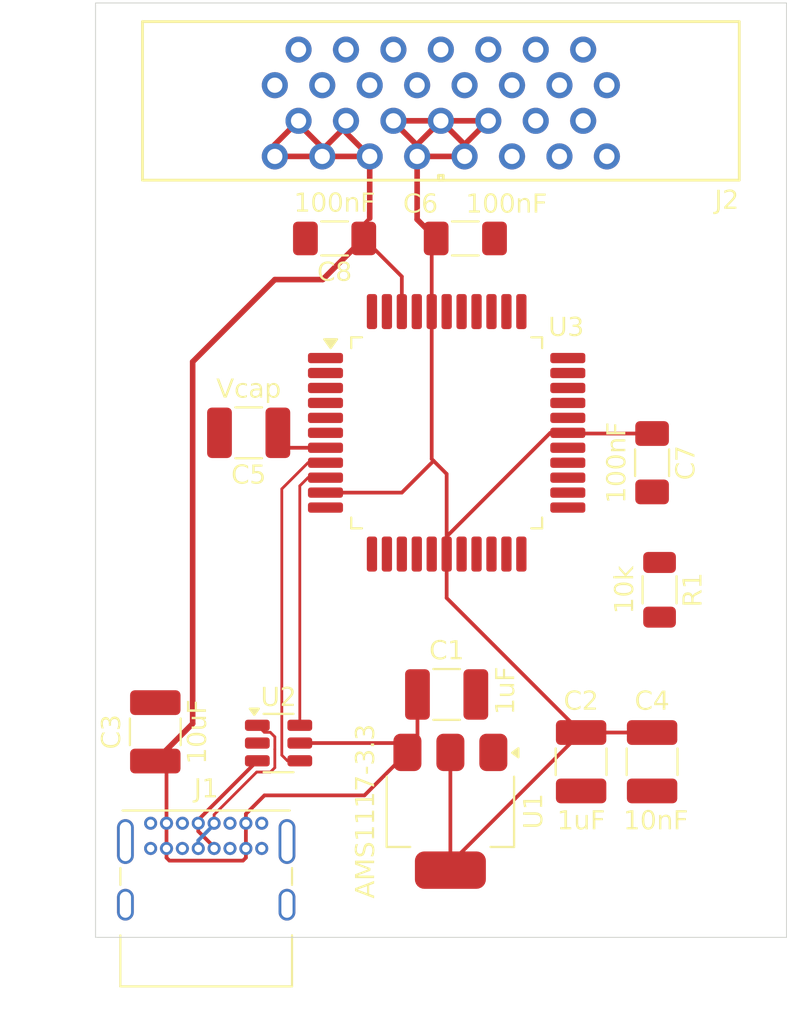
<source format=kicad_pcb>
(kicad_pcb (version 20241229) (generator "pcbnew") (generator_version "9.0")
  (layers (0 "F.Cu" signal) (2 "B.Cu" signal) (13 "F.Paste" user) (15 "B.Paste" user) (5 "F.SilkS" user "F.Silkscreen") (7 "B.SilkS" user "B.Silkscreen") (1 "F.Mask" user) (3 "B.Mask" user) (25 "Edge.Cuts" user))
  (net 0 "")
  (net 1 "~{MCLR}")
  (net 2 "+3.3V")
  (net 3 "Net-(J1-D+-PadA6)")
  (net 4 "VBUS")
  (net 5 "D+")
  (net 6 "GND")
  (net 7 "Net-(J1-D--PadA7)")
  (net 8 "D-")
  (net 11 "PGC")
  (net 16 "UART_TX")
  (net 19 "HC165_CLK")
  (net 20 "PGD")
  (net 21 "Net-(U3-Vcap)")
  (net 23 "HC165_DATA")
  (net 28 "HC165_S~{L}")
  (net 45 "PIXEL_DATA")
  (footprint "Package_TO_SOT_SMD:SOT-23-6" (layer "F.Cu") (at 34.8 60.6)
    (property "Reference" "U2" (at 0 -2.4 0) (layer "F.SilkS"))
    (property "Value" "USBLC6-2SC6")
    (fp_line (start 0 -1.56) (end -0.8 -1.56) (stroke (width 0.12)) (layer "F.SilkS"))
    (fp_line (start 0 -1.56) (end 0.8 -1.56) (stroke (width 0.12)) (layer "F.SilkS"))
    (fp_line (start 0 1.56) (end -0.8 1.56) (stroke (width 0.12)) (layer "F.SilkS"))
    (fp_line (start 0 1.56) (end 0.8 1.56) (stroke (width 0.12)) (layer "F.SilkS"))
    (fp_poly (pts (xy -1.3 -1.51) (xy -1.54 -1.84) (xy -1.06 -1.84)) (stroke (width 0.12)) (fill yes) (layer "F.SilkS"))
    (pad "1" smd roundrect (at -1.1375 -0.95) (size 1.325 0.6) (layers "F.Cu" "F.Mask" "F.Paste") (net 7 "Net-(J1-D--PadA7)"))
    (pad "2" smd roundrect (at -1.1375 0) (size 1.325 0.6) (layers "F.Cu" "F.Mask" "F.Paste") (net 6 "GND"))
    (pad "3" smd roundrect (at -1.1375 0.95) (size 1.325 0.6) (layers "F.Cu" "F.Mask" "F.Paste") (net 3 "Net-(J1-D+-PadA6)"))
    (pad "4" smd roundrect (at 1.1375 0.95) (size 1.325 0.6) (layers "F.Cu" "F.Mask" "F.Paste") (net 5 "D+"))
    (pad "5" smd roundrect (at 1.1375 0) (size 1.325 0.6) (layers "F.Cu" "F.Mask" "F.Paste") (net 4 "VBUS"))
    (pad "6" smd roundrect (at 1.1375 -0.95) (size 1.325 0.6) (layers "F.Cu" "F.Mask" "F.Paste") (net 8 "D-"))
  )
  (footprint "Capacitor_SMD:C_1210_3225Metric_Pad1.33x2.70mm_HandSolder" (layer "F.Cu") (at 51 61.6 -90)
    (property "Reference" "C2" (at -3.2 0 180) (layer "F.SilkS"))
    (property "Value" "1uF" (at 3.2 0 180) (layer "F.SilkS"))
    (fp_line (start -0.711252 1.36) (end 0.711252 1.36) (stroke (width 0.12)) (layer "F.SilkS"))
    (fp_line (start -0.711252 -1.36) (end 0.711252 -1.36) (stroke (width 0.12)) (layer "F.SilkS"))
    (pad "1" smd roundrect (at -1.5625 0 270) (size 1.325 2.7) (layers "F.Cu" "F.Mask" "F.Paste") (roundrect_rratio 0.188679) (net 2 "+3.3V"))
    (pad "2" smd roundrect (at 1.5625 0 270) (size 1.325 2.7) (layers "F.Cu" "F.Mask" "F.Paste") (roundrect_rratio 0.188679) (net 6 "GND"))
  )
  (footprint "Capacitor_SMD:C_1206_3216Metric_Pad1.33x1.80mm_HandSolder" (layer "F.Cu") (at 44.8 33.6)
    (property "Reference" "C6" (at -2.4 -1.8 180) (layer "F.SilkS"))
    (property "Value" "100nF" (at 2.2 -1.8 180) (layer "F.SilkS"))
    (fp_line (start -0.711252 -0.91) (end 0.711252 -0.91) (stroke (width 0.12)) (layer "F.SilkS"))
    (fp_line (start -0.711252 0.91) (end 0.711252 0.91) (stroke (width 0.12)) (layer "F.SilkS"))
    (pad "1" smd roundrect (at -1.5625 0) (size 1.325 1.8) (layers "F.Cu" "F.Mask" "F.Paste") (roundrect_rratio 0.188679) (net 2 "+3.3V"))
    (pad "2" smd roundrect (at 1.5625 0) (size 1.325 1.8) (layers "F.Cu" "F.Mask" "F.Paste") (roundrect_rratio 0.188679) (net 6 "GND"))
  )
  (footprint "FrozenFootprints:TX24_CON30_2x15" (layer "F.Cu") (at 43.49 30.353 180)
    (property "Reference" "J2" (at -15.31 -1.247 0) (layer "F.SilkS"))
    (property "Value" "TX24-30R" (hide yes))
    (fp_line (start 15.9766 8.3566) (end 15.9766 -0.127) (stroke (width 0.1524)) (layer "F.SilkS"))
    (fp_line (start 15.9766 -0.127) (end -15.9766 -0.127) (stroke (width 0.1524)) (layer "F.SilkS"))
    (fp_line (start 0.127 0.127) (end 0.127 -0.127) (stroke (width 0.1524)) (layer "F.SilkS"))
    (fp_line (start 0.127 -0.127) (end -0.127 -0.127) (stroke (width 0.1524)) (layer "F.SilkS"))
    (fp_line (start -0.127 0.127) (end 0.127 0.127) (stroke (width 0.1524)) (layer "F.SilkS"))
    (fp_line (start -0.127 -0.127) (end -0.127 0.127) (stroke (width 0.1524)) (layer "F.SilkS"))
    (fp_line (start -15.9766 8.3566) (end 15.9766 8.3566) (stroke (width 0.1524)) (layer "F.SilkS"))
    (fp_line (start -15.9766 -0.127) (end -15.9766 8.3566) (stroke (width 0.1524)) (layer "F.SilkS"))
    (pad "1" thru_hole circle (at 8.89 1.143 180) (size 1.397 1.397) (drill 0.8128) (layers "*.Cu" "*.Mask") (net 4 "VBUS"))
    (pad "2" thru_hole circle (at 7.62 3.048 180) (size 1.397 1.397) (drill 0.8128) (layers "*.Cu" "*.Mask") (net 4 "VBUS"))
    (pad "3" thru_hole circle (at 6.35 1.143 180) (size 1.397 1.397) (drill 0.8128) (layers "*.Cu" "*.Mask") (net 4 "VBUS"))
    (pad "4" thru_hole circle (at 5.08 3.048 180) (size 1.397 1.397) (drill 0.8128) (layers "*.Cu" "*.Mask") (net 4 "VBUS"))
    (pad "5" thru_hole circle (at 3.81 1.143 180) (size 1.397 1.397) (drill 0.8128) (layers "*.Cu" "*.Mask") (net 4 "VBUS"))
    (pad "6" thru_hole circle (at 2.54 3.048 180) (size 1.397 1.397) (drill 0.8128) (layers "*.Cu" "*.Mask") (net 2 "+3.3V"))
    (pad "7" thru_hole circle (at 1.27 1.143 180) (size 1.397 1.397) (drill 0.8128) (layers "*.Cu" "*.Mask") (net 2 "+3.3V"))
    (pad "8" thru_hole circle (at 0 3.048 180) (size 1.397 1.397) (drill 0.8128) (layers "*.Cu" "*.Mask") (net 2 "+3.3V"))
    (pad "9" thru_hole circle (at -1.27 1.143 180) (size 1.397 1.397) (drill 0.8128) (layers "*.Cu" "*.Mask") (net 2 "+3.3V"))
    (pad "10" thru_hole circle (at -2.54 3.048 180) (size 1.397 1.397) (drill 0.8128) (layers "*.Cu" "*.Mask") (net 2 "+3.3V"))
    (pad "11" thru_hole circle (at -3.81 1.143 180) (size 1.397 1.397) (drill 0.8128) (layers "*.Cu" "*.Mask") (net 19 "HC165_CLK"))
    (pad "12" thru_hole circle (at -5.08 3.048 180) (size 1.397 1.397) (drill 0.8128) (layers "*.Cu" "*.Mask") (net 28 "HC165_S~{L}"))
    (pad "13" thru_hole circle (at -6.35 1.143 180) (size 1.397 1.397) (drill 0.8128) (layers "*.Cu" "*.Mask") (net 23 "HC165_DATA"))
    (pad "14" thru_hole circle (at -7.62 3.048 180) (size 1.397 1.397) (drill 0.8128) (layers "*.Cu" "*.Mask"))
    (pad "15" thru_hole circle (at -8.89 1.143 180) (size 1.397 1.397) (drill 0.8128) (layers "*.Cu" "*.Mask") (net 45 "PIXEL_DATA"))
    (pad "16" thru_hole circle (at 8.89 4.953 180) (size 1.397 1.397) (drill 0.8128) (layers "*.Cu" "*.Mask"))
    (pad "17" thru_hole circle (at 7.62 6.858 180) (size 1.397 1.397) (drill 0.8128) (layers "*.Cu" "*.Mask"))
    (pad "18" thru_hole circle (at 6.35 4.953 180) (size 1.397 1.397) (drill 0.8128) (layers "*.Cu" "*.Mask"))
    (pad "19" thru_hole circle (at 5.08 6.858 180) (size 1.397 1.397) (drill 0.8128) (layers "*.Cu" "*.Mask"))
    (pad "20" thru_hole circle (at 3.81 4.953 180) (size 1.397 1.397) (drill 0.8128) (layers "*.Cu" "*.Mask") (net 6 "GND"))
    (pad "21" thru_hole circle (at 2.54 6.858 180) (size 1.397 1.397) (drill 0.8128) (layers "*.Cu" "*.Mask") (net 6 "GND"))
    (pad "22" thru_hole circle (at 1.27 4.953 180) (size 1.397 1.397) (drill 0.8128) (layers "*.Cu" "*.Mask") (net 6 "GND"))
    (pad "23" thru_hole circle (at 0 6.858 180) (size 1.397 1.397) (drill 0.8128) (layers "*.Cu" "*.Mask") (net 6 "GND"))
    (pad "24" thru_hole circle (at -1.27 4.953 180) (size 1.397 1.397) (drill 0.8128) (layers "*.Cu" "*.Mask") (net 6 "GND"))
    (pad "25" thru_hole circle (at -2.54 6.858 180) (size 1.397 1.397) (drill 0.8128) (layers "*.Cu" "*.Mask") (net 6 "GND"))
    (pad "26" thru_hole circle (at -3.81 4.953 180) (size 1.397 1.397) (drill 0.8128) (layers "*.Cu" "*.Mask") (net 6 "GND"))
    (pad "27" thru_hole circle (at -5.08 6.858 180) (size 1.397 1.397) (drill 0.8128) (layers "*.Cu" "*.Mask") (net 6 "GND"))
    (pad "28" thru_hole circle (at -6.35 4.953 180) (size 1.397 1.397) (drill 0.8128) (layers "*.Cu" "*.Mask") (net 6 "GND"))
    (pad "29" thru_hole circle (at -7.62 6.858 180) (size 1.397 1.397) (drill 0.8128) (layers "*.Cu" "*.Mask") (net 6 "GND"))
    (pad "30" thru_hole circle (at -8.89 4.953 180) (size 1.397 1.397) (drill 0.8128) (layers "*.Cu" "*.Mask") (net 6 "GND"))
  )
  (footprint "Capacitor_SMD:C_1210_3225Metric_Pad1.33x2.70mm_HandSolder" (layer "F.Cu") (at 28.2 60 90)
    (property "Reference" "C3" (at 0 -2.3 90) (layer "F.SilkS"))
    (property "Value" "10uF" (at 0 2.3 90) (layer "F.SilkS"))
    (fp_line (start -0.711252 -1.36) (end 0.711252 -1.36) (stroke (width 0.12)) (layer "F.SilkS"))
    (fp_line (start -0.711252 1.36) (end 0.711252 1.36) (stroke (width 0.12)) (layer "F.SilkS"))
    (pad "1" smd roundrect (at -1.5625 0 90) (size 1.325 2.7) (layers "F.Cu" "F.Mask" "F.Paste") (roundrect_rratio 0.188679) (net 4 "VBUS"))
    (pad "2" smd roundrect (at 1.5625 0 90) (size 1.325 2.7) (layers "F.Cu" "F.Mask" "F.Paste") (roundrect_rratio 0.188679) (net 6 "GND"))
  )
  (footprint "Resistor_SMD:R_1206_3216Metric" (layer "F.Cu") (at 55.2 52.4 -90)
    (property "Reference" "R1" (at 0 -1.83 90) (layer "F.SilkS"))
    (property "Value" "10k" (at 0 1.83 90) (layer "F.SilkS"))
    (fp_line (start -0.727064 0.91) (end 0.727064 0.91) (stroke (width 0.12)) (layer "F.SilkS"))
    (fp_line (start -0.727064 -0.91) (end 0.727064 -0.91) (stroke (width 0.12)) (layer "F.SilkS"))
    (pad "1" smd roundrect (at -1.4625 0 270) (size 1.125 1.75) (layers "F.Cu" "F.Mask" "F.Paste") (roundrect_rratio 0.222222) (net 2 "+3.3V"))
    (pad "2" smd roundrect (at 1.4625 0 270) (size 1.125 1.75) (layers "F.Cu" "F.Mask" "F.Paste") (roundrect_rratio 0.222222) (net 1 "~{MCLR}"))
  )
  (footprint "Capacitor_SMD:C_1210_3225Metric_Pad1.33x2.70mm_HandSolder" (layer "F.Cu") (at 54.8 61.6 -90)
    (property "Reference" "C4" (at -3.2 0 180) (layer "F.SilkS"))
    (property "Value" "10nF" (at 3.2 -0.2 180) (layer "F.SilkS"))
    (fp_line (start -0.711252 1.36) (end 0.711252 1.36) (stroke (width 0.12)) (layer "F.SilkS"))
    (fp_line (start -0.711252 -1.36) (end 0.711252 -1.36) (stroke (width 0.12)) (layer "F.SilkS"))
    (pad "1" smd roundrect (at -1.5625 0 270) (size 1.325 2.7) (layers "F.Cu" "F.Mask" "F.Paste") (roundrect_rratio 0.188679) (net 2 "+3.3V"))
    (pad "2" smd roundrect (at 1.5625 0 270) (size 1.325 2.7) (layers "F.Cu" "F.Mask" "F.Paste") (roundrect_rratio 0.188679) (net 6 "GND"))
  )
  (footprint "Package_TO_SOT_SMD:SOT-223-3_TabPin2" (layer "F.Cu") (at 44 64.25 -90)
    (property "Reference" "U1" (at 0 -4.5 90) (layer "F.SilkS"))
    (property "Value" "AMS1117-3.3" (at 0 4.5 90) (layer "F.SilkS"))
    (fp_line (start -1.85 3.41) (end 1.91 3.41) (stroke (width 0.12)) (layer "F.SilkS"))
    (fp_line (start 1.91 3.41) (end 1.91 2.15) (stroke (width 0.12)) (layer "F.SilkS"))
    (fp_line (start -1.85 -3.41) (end 1.91 -3.41) (stroke (width 0.12)) (layer "F.SilkS"))
    (fp_line (start 1.91 -3.41) (end 1.91 -2.15) (stroke (width 0.12)) (layer "F.SilkS"))
    (fp_poly (pts (xy -3.13 -3.31) (xy -3.37 -3.64) (xy -2.89 -3.64) (xy -3.13 -3.31)) (stroke (width 0.12)) (fill yes) (layer "F.SilkS"))
    (pad "1" smd roundrect (at -3.15 -2.3 270) (size 2 1.5) (layers "F.Cu" "F.Mask" "F.Paste") (net 6 "GND"))
    (pad "2" smd roundrect (at -3.15 0 270) (size 2 1.5) (layers "F.Cu" "F.Mask" "F.Paste") (net 2 "+3.3V"))
    (pad "2" smd roundrect (at 3.15 0 270) (size 2 3.8) (layers "F.Cu" "F.Mask" "F.Paste") (net 2 "+3.3V"))
    (pad "3" smd roundrect (at -3.15 2.3 270) (size 2 1.5) (layers "F.Cu" "F.Mask" "F.Paste") (net 4 "VBUS"))
  )
  (footprint "Package_QFP:Microchip_PQFP-44_10x10mm_P0.8mm" (layer "F.Cu") (at 43.8 44)
    (property "Reference" "U3" (at 6.4 -5.6 0) (layer "F.SilkS"))
    (property "Value" "PIC32MX270F256D")
    (fp_line (start -5.11 -5.11) (end -5.11 -4.535) (stroke (width 0.12)) (layer "F.SilkS"))
    (fp_line (start -5.11 5.11) (end -5.11 4.535) (stroke (width 0.12)) (layer "F.SilkS"))
    (fp_line (start -4.535 -5.11) (end -5.11 -5.11) (stroke (width 0.12)) (layer "F.SilkS"))
    (fp_line (start -4.535 5.11) (end -5.11 5.11) (stroke (width 0.12)) (layer "F.SilkS"))
    (fp_line (start 4.535 -5.11) (end 5.11 -5.11) (stroke (width 0.12)) (layer "F.SilkS"))
    (fp_line (start 4.535 5.11) (end 5.11 5.11) (stroke (width 0.12)) (layer "F.SilkS"))
    (fp_line (start 5.11 -5.11) (end 5.11 -4.535) (stroke (width 0.12)) (layer "F.SilkS"))
    (fp_line (start 5.11 5.11) (end 5.11 4.535) (stroke (width 0.12)) (layer "F.SilkS"))
    (fp_poly (pts (xy -6.2125 -4.535) (xy -6.5525 -5.005) (xy -5.8725 -5.005)) (stroke (width 0.12)) (fill yes) (layer "F.SilkS"))
    (pad "1" smd roundrect (at -6.4875 -4) (size 1.875 0.55) (layers "F.Cu" "F.Mask" "F.Paste"))
    (pad "2" smd roundrect (at -6.4875 -3.2) (size 1.875 0.55) (layers "F.Cu" "F.Mask" "F.Paste"))
    (pad "3" smd roundrect (at -6.4875 -2.4) (size 1.875 0.55) (layers "F.Cu" "F.Mask" "F.Paste"))
    (pad "4" smd roundrect (at -6.4875 -1.6) (size 1.875 0.55) (layers "F.Cu" "F.Mask" "F.Paste") (net 23 "HC165_DATA"))
    (pad "5" smd roundrect (at -6.4875 -0.8) (size 1.875 0.55) (layers "F.Cu" "F.Mask" "F.Paste"))
    (pad "6" smd roundrect (at -6.4875 0) (size 1.875 0.55) (layers "F.Cu" "F.Mask" "F.Paste") (net 6 "GND"))
    (pad "7" smd roundrect (at -6.4875 0.8) (size 1.875 0.55) (layers "F.Cu" "F.Mask" "F.Paste") (net 21 "Net-(U3-Vcap)"))
    (pad "8" smd roundrect (at -6.4875 1.6) (size 1.875 0.55) (layers "F.Cu" "F.Mask" "F.Paste") (net 5 "D+"))
    (pad "9" smd roundrect (at -6.4875 2.4) (size 1.875 0.55) (layers "F.Cu" "F.Mask" "F.Paste") (net 8 "D-"))
    (pad "10" smd roundrect (at -6.4875 3.2) (size 1.875 0.55) (layers "F.Cu" "F.Mask" "F.Paste") (net 2 "+3.3V"))
    (pad "11" smd roundrect (at -6.4875 4) (size 1.875 0.55) (layers "F.Cu" "F.Mask" "F.Paste"))
    (pad "12" smd roundrect (at -4 6.4875) (size 0.55 1.875) (layers "F.Cu" "F.Mask" "F.Paste"))
    (pad "13" smd roundrect (at -3.2 6.4875) (size 0.55 1.875) (layers "F.Cu" "F.Mask" "F.Paste"))
    (pad "14" smd roundrect (at -2.4 6.4875) (size 0.55 1.875) (layers "F.Cu" "F.Mask" "F.Paste") (net 19 "HC165_CLK"))
    (pad "15" smd roundrect (at -1.6 6.4875) (size 0.55 1.875) (layers "F.Cu" "F.Mask" "F.Paste"))
    (pad "16" smd roundrect (at -0.8 6.4875) (size 0.55 1.875) (layers "F.Cu" "F.Mask" "F.Paste") (net 6 "GND"))
    (pad "17" smd roundrect (at 0 6.4875) (size 0.55 1.875) (layers "F.Cu" "F.Mask" "F.Paste") (net 2 "+3.3V"))
    (pad "18" smd roundrect (at 0.8 6.4875) (size 0.55 1.875) (layers "F.Cu" "F.Mask" "F.Paste") (net 1 "~{MCLR}"))
    (pad "19" smd roundrect (at 1.6 6.4875) (size 0.55 1.875) (layers "F.Cu" "F.Mask" "F.Paste") (net 28 "HC165_S~{L}"))
    (pad "20" smd roundrect (at 2.4 6.4875) (size 0.55 1.875) (layers "F.Cu" "F.Mask" "F.Paste"))
    (pad "21" smd roundrect (at 3.2 6.4875) (size 0.55 1.875) (layers "F.Cu" "F.Mask" "F.Paste") (net 20 "PGD"))
    (pad "22" smd roundrect (at 4 6.4875) (size 0.55 1.875) (layers "F.Cu" "F.Mask" "F.Paste") (net 11 "PGC"))
    (pad "23" smd roundrect (at 6.4875 4) (size 1.875 0.55) (layers "F.Cu" "F.Mask" "F.Paste"))
    (pad "24" smd roundrect (at 6.4875 3.2) (size 1.875 0.55) (layers "F.Cu" "F.Mask" "F.Paste"))
    (pad "25" smd roundrect (at 6.4875 2.4) (size 1.875 0.55) (layers "F.Cu" "F.Mask" "F.Paste") (net 16 "UART_TX"))
    (pad "26" smd roundrect (at 6.4875 1.6) (size 1.875 0.55) (layers "F.Cu" "F.Mask" "F.Paste"))
    (pad "27" smd roundrect (at 6.4875 0.8) (size 1.875 0.55) (layers "F.Cu" "F.Mask" "F.Paste"))
    (pad "28" smd roundrect (at 6.4875 0) (size 1.875 0.55) (layers "F.Cu" "F.Mask" "F.Paste") (net 2 "+3.3V"))
    (pad "29" smd roundrect (at 6.4875 -0.8) (size 1.875 0.55) (layers "F.Cu" "F.Mask" "F.Paste") (net 6 "GND"))
    (pad "30" smd roundrect (at 6.4875 -1.6) (size 1.875 0.55) (layers "F.Cu" "F.Mask" "F.Paste"))
    (pad "31" smd roundrect (at 6.4875 -2.4) (size 1.875 0.55) (layers "F.Cu" "F.Mask" "F.Paste"))
    (pad "32" smd roundrect (at 6.4875 -3.2) (size 1.875 0.55) (layers "F.Cu" "F.Mask" "F.Paste"))
    (pad "33" smd roundrect (at 6.4875 -4) (size 1.875 0.55) (layers "F.Cu" "F.Mask" "F.Paste"))
    (pad "34" smd roundrect (at 4 -6.4875) (size 0.55 1.875) (layers "F.Cu" "F.Mask" "F.Paste"))
    (pad "35" smd roundrect (at 3.2 -6.4875) (size 0.55 1.875) (layers "F.Cu" "F.Mask" "F.Paste"))
    (pad "36" smd roundrect (at 2.4 -6.4875) (size 0.55 1.875) (layers "F.Cu" "F.Mask" "F.Paste"))
    (pad "37" smd roundrect (at 1.6 -6.4875) (size 0.55 1.875) (layers "F.Cu" "F.Mask" "F.Paste"))
    (pad "38" smd roundrect (at 0.8 -6.4875) (size 0.55 1.875) (layers "F.Cu" "F.Mask" "F.Paste"))
    (pad "39" smd roundrect (at 0 -6.4875) (size 0.55 1.875) (layers "F.Cu" "F.Mask" "F.Paste") (net 6 "GND"))
    (pad "40" smd roundrect (at -0.8 -6.4875) (size 0.55 1.875) (layers "F.Cu" "F.Mask" "F.Paste") (net 2 "+3.3V"))
    (pad "41" smd roundrect (at -1.6 -6.4875) (size 0.55 1.875) (layers "F.Cu" "F.Mask" "F.Paste"))
    (pad "42" smd roundrect (at -2.4 -6.4875) (size 0.55 1.875) (layers "F.Cu" "F.Mask" "F.Paste") (net 4 "VBUS"))
    (pad "43" smd roundrect (at -3.2 -6.4875) (size 0.55 1.875) (layers "F.Cu" "F.Mask" "F.Paste"))
    (pad "44" smd roundrect (at -4 -6.4875) (size 0.55 1.875) (layers "F.Cu" "F.Mask" "F.Paste"))
  )
  (footprint "Capacitor_SMD:C_1206_3216Metric_Pad1.33x1.80mm_HandSolder" (layer "F.Cu") (at 54.8 45.6 -90)
    (property "Reference" "C7" (at 0 -1.85 90) (layer "F.SilkS"))
    (property "Value" "100nF" (at 0 1.85 90) (layer "F.SilkS"))
    (fp_line (start -0.711252 0.91) (end 0.711252 0.91) (stroke (width 0.12)) (layer "F.SilkS"))
    (fp_line (start -0.711252 -0.91) (end 0.711252 -0.91) (stroke (width 0.12)) (layer "F.SilkS"))
    (pad "1" smd roundrect (at -1.5625 0 270) (size 1.325 1.8) (layers "F.Cu" "F.Mask" "F.Paste") (roundrect_rratio 0.188679) (net 2 "+3.3V"))
    (pad "2" smd roundrect (at 1.5625 0 270) (size 1.325 1.8) (layers "F.Cu" "F.Mask" "F.Paste") (roundrect_rratio 0.188679) (net 6 "GND"))
  )
  (footprint "Capacitor_SMD:C_1210_3225Metric_Pad1.33x2.70mm_HandSolder" (layer "F.Cu") (at 43.8 58)
    (property "Reference" "C1" (at 0 -2.3 0) (layer "F.SilkS"))
    (property "Value" "1uF" (at 3.2 -0.2 90) (layer "F.SilkS"))
    (fp_line (start -0.711252 -1.36) (end 0.711252 -1.36) (stroke (width 0.12)) (layer "F.SilkS"))
    (fp_line (start -0.711252 1.36) (end 0.711252 1.36) (stroke (width 0.12)) (layer "F.SilkS"))
    (pad "1" smd roundrect (at -1.5625 0) (size 1.325 2.7) (layers "F.Cu" "F.Mask" "F.Paste") (roundrect_rratio 0.188679) (net 4 "VBUS"))
    (pad "2" smd roundrect (at 1.5625 0) (size 1.325 2.7) (layers "F.Cu" "F.Mask" "F.Paste") (roundrect_rratio 0.188679) (net 6 "GND"))
  )
  (footprint "Connector_USB:USB_C_Receptacle_GCT_USB4085" (layer "F.Cu") (at 27.95 64.89)
    (property "Reference" "J1" (at 2.975 -1.8 0) (layer "F.SilkS"))
    (property "Value" "USB_C_Receptacle_USB2.0_14P")
    (fp_line (start -1.62 2.4) (end -1.62 3.3) (stroke (width 0.12)) (layer "F.SilkS"))
    (fp_line (start -1.62 6) (end -1.62 8.73) (stroke (width 0.12)) (layer "F.SilkS"))
    (fp_line (start -1.62 8.73) (end 7.57 8.73) (stroke (width 0.12)) (layer "F.SilkS"))
    (fp_line (start -1.5 -0.68) (end 7.45 -0.68) (stroke (width 0.12)) (layer "F.SilkS"))
    (fp_line (start 7.57 2.4) (end 7.57 3.3) (stroke (width 0.12)) (layer "F.SilkS"))
    (fp_line (start 7.57 6) (end 7.57 8.73) (stroke (width 0.12)) (layer "F.SilkS"))
    (pad "A1" thru_hole circle (at 0 0) (size 0.7 0.7) (drill 0.4) (layers "*.Cu" "*.Mask") (net 6 "GND"))
    (pad "A4" thru_hole circle (at 0.85 0) (size 0.7 0.7) (drill 0.4) (layers "*.Cu" "*.Mask") (net 4 "VBUS"))
    (pad "A5" thru_hole circle (at 1.7 0) (size 0.7 0.7) (drill 0.4) (layers "*.Cu" "*.Mask"))
    (pad "A6" thru_hole circle (at 2.55 0) (size 0.7 0.7) (drill 0.4) (layers "*.Cu" "*.Mask") (net 3 "Net-(J1-D+-PadA6)"))
    (pad "A7" thru_hole circle (at 3.4 0) (size 0.7 0.7) (drill 0.4) (layers "*.Cu" "*.Mask") (net 7 "Net-(J1-D--PadA7)"))
    (pad "A8" thru_hole circle (at 4.25 0) (size 0.7 0.7) (drill 0.4) (layers "*.Cu" "*.Mask"))
    (pad "A9" thru_hole circle (at 5.1 0) (size 0.7 0.7) (drill 0.4) (layers "*.Cu" "*.Mask") (net 4 "VBUS"))
    (pad "A12" thru_hole circle (at 5.95 0) (size 0.7 0.7) (drill 0.4) (layers "*.Cu" "*.Mask") (net 6 "GND"))
    (pad "B1" thru_hole circle (at 5.95 1.35) (size 0.7 0.7) (drill 0.4) (layers "*.Cu" "*.Mask") (net 6 "GND"))
    (pad "B4" thru_hole circle (at 5.1 1.35) (size 0.7 0.7) (drill 0.4) (layers "*.Cu" "*.Mask") (net 4 "VBUS"))
    (pad "B5" thru_hole circle (at 4.25 1.35) (size 0.7 0.7) (drill 0.4) (layers "*.Cu" "*.Mask"))
    (pad "B6" thru_hole circle (at 3.4 1.35) (size 0.7 0.7) (drill 0.4) (layers "*.Cu" "*.Mask") (net 3 "Net-(J1-D+-PadA6)"))
    (pad "B7" thru_hole circle (at 2.55 1.35) (size 0.7 0.7) (drill 0.4) (layers "*.Cu" "*.Mask") (net 7 "Net-(J1-D--PadA7)"))
    (pad "B8" thru_hole circle (at 1.7 1.35) (size 0.7 0.7) (drill 0.4) (layers "*.Cu" "*.Mask"))
    (pad "B9" thru_hole circle (at 0.85 1.35) (size 0.7 0.7) (drill 0.4) (layers "*.Cu" "*.Mask") (net 4 "VBUS"))
    (pad "B12" thru_hole circle (at 0 1.35) (size 0.7 0.7) (drill 0.4) (layers "*.Cu" "*.Mask") (net 6 "GND"))
    (pad "S1" thru_hole oval (at -1.35 0.98) (size 0.9 2.4) (drill oval 0.6 2.1) (layers "*.Cu" "*.Mask") (net 6 "GND"))
    (pad "S1" thru_hole oval (at -1.35 4.36) (size 0.9 1.7) (drill oval 0.6 1.4) (layers "*.Cu" "*.Mask") (net 6 "GND"))
    (pad "S1" thru_hole oval (at 7.3 0.98) (size 0.9 2.4) (drill oval 0.6 2.1) (layers "*.Cu" "*.Mask") (net 6 "GND"))
    (pad "S1" thru_hole oval (at 7.3 4.36) (size 0.9 1.7) (drill oval 0.6 1.4) (layers "*.Cu" "*.Mask") (net 6 "GND"))
  )
  (footprint "Capacitor_SMD:C_1206_3216Metric_Pad1.33x1.80mm_HandSolder" (layer "F.Cu") (at 37.8 33.6 180)
    (property "Reference" "C8" (at 0 -1.85 0) (layer "F.SilkS"))
    (property "Value" "100nF" (at 0 1.85 0) (layer "F.SilkS"))
    (fp_line (start -0.711252 0.91) (end 0.711252 0.91) (stroke (width 0.12)) (layer "F.SilkS"))
    (fp_line (start -0.711252 -0.91) (end 0.711252 -0.91) (stroke (width 0.12)) (layer "F.SilkS"))
    (pad "1" smd roundrect (at -1.5625 0 180) (size 1.325 1.8) (layers "F.Cu" "F.Mask" "F.Paste") (roundrect_rratio 0.188679) (net 4 "VBUS"))
    (pad "2" smd roundrect (at 1.5625 0 180) (size 1.325 1.8) (layers "F.Cu" "F.Mask" "F.Paste") (roundrect_rratio 0.188679) (net 6 "GND"))
  )
  (footprint "Capacitor_SMD:C_1210_3225Metric_Pad1.33x2.70mm_HandSolder" (layer "F.Cu") (at 33.2 44 180)
    (property "Reference" "C5" (at 0 -2.3 0) (layer "F.SilkS"))
    (property "Value" "Vcap" (at 0 2.3 0) (layer "F.SilkS"))
    (fp_line (start -0.711252 1.36) (end 0.711252 1.36) (stroke (width 0.12)) (layer "F.SilkS"))
    (fp_line (start -0.711252 -1.36) (end 0.711252 -1.36) (stroke (width 0.12)) (layer "F.SilkS"))
    (pad "1" smd roundrect (at -1.5625 0 180) (size 1.325 2.7) (layers "F.Cu" "F.Mask" "F.Paste") (roundrect_rratio 0.188679) (net 21 "Net-(U3-Vcap)"))
    (pad "2" smd roundrect (at 1.5625 0 180) (size 1.325 2.7) (layers "F.Cu" "F.Mask" "F.Paste") (roundrect_rratio 0.188679) (net 6 "GND"))
  )
  (gr_rect (start 25 21) (end 62 71) (stroke (width 0.05)) (fill no) (layer "Edge.Cuts"))
  (segment (start 37.3125 47.2) (end 41.4 47.2) (width 0.2) (layer "F.Cu") (net 2))
  (segment (start 50.325 44.0375) (end 50.2875 44) (width 0.2) (layer "F.Cu") (net 2))
  (segment (start 43.2375 33.6) (end 43 33.8375) (width 0.2) (layer "F.Cu") (net 2))
  (segment (start 43.1 45.5) (end 43.8 46.2) (width 0.2) (layer "F.Cu") (net 2))
  (segment (start 42.22 28.575) (end 42.22 29.21) (width 0.3) (layer "F.Cu") (net 2))
  (segment (start 51 60.0375) (end 44 67.0375) (width 0.2) (layer "F.Cu") (net 2))
  (segment (start 42.22 32.5825) (end 43.2375 33.6) (width 0.3) (layer "F.Cu") (net 2))
  (segment (start 42.22 28.62) (end 42.22 29.21) (width 0.3) (layer "F.Cu") (net 2))
  (segment (start 43.8 52.8375) (end 43.8 50.4875) (width 0.2) (layer "F.Cu") (net 2))
  (segment (start 51 60.0375) (end 43.8 52.8375) (width 0.2) (layer "F.Cu") (net 2))
  (segment (start 43.49 27.305) (end 46.03 27.305) (width 0.3) (layer "F.Cu") (net 2))
  (segment (start 40.95 27.305) (end 40.95 27.35) (width 0.3) (layer "F.Cu") (net 2))
  (segment (start 43.8 46.2) (end 43.8 50.4875) (width 0.2) (layer "F.Cu") (net 2))
  (segment (start 42.22 29.21) (end 42.22 32.5825) (width 0.3) (layer "F.Cu") (net 2))
  (segment (start 43 37.5125) (end 43 45.4) (width 0.2) (layer "F.Cu") (net 2))
  (segment (start 40.95 27.35) (end 42.22 28.62) (width 0.3) (layer "F.Cu") (net 2))
  (segment (start 45 28.335) (end 44.76 28.575) (width 0.3) (layer "F.Cu") (net 2))
  (segment (start 40.95 27.305) (end 43.49 27.305) (width 0.3) (layer "F.Cu") (net 2))
  (segment (start 43.49 27.305) (end 42.22 28.575) (width 0.3) (layer "F.Cu") (net 2))
  (segment (start 44.76 29.21) (end 42.22 29.21) (width 0.3) (layer "F.Cu") (net 2))
  (segment (start 44 67.0375) (end 44 67.4) (width 0.2) (layer "F.Cu") (net 2))
  (segment (start 43 33.8375) (end 43 37.5125) (width 0.2) (layer "F.Cu") (net 2))
  (segment (start 41.4 47.2) (end 43.1 45.5) (width 0.2) (layer "F.Cu") (net 2))
  (segment (start 44.76 28.575) (end 44.76 29.21) (width 0.3) (layer "F.Cu") (net 2))
  (segment (start 43 45.4) (end 43.1 45.5) (width 0.2) (layer "F.Cu") (net 2))
  (segment (start 43.49 27.305) (end 44.76 28.575) (width 0.3) (layer "F.Cu") (net 2))
  (segment (start 50.2875 44) (end 49.350001 44) (width 0.2) (layer "F.Cu") (net 2))
  (segment (start 44 67.4) (end 44 61.1) (width 0.2) (layer "F.Cu") (net 2))
  (segment (start 51 60.0375) (end 54.8 60.0375) (width 0.2) (layer "F.Cu") (net 2))
  (segment (start 43.8 49.550001) (end 43.8 50.4875) (width 0.2) (layer "F.Cu") (net 2))
  (segment (start 46.03 27.305) (end 45 28.335) (width 0.3) (layer "F.Cu") (net 2))
  (segment (start 54.8 44.0375) (end 50.325 44.0375) (width 0.2) (layer "F.Cu") (net 2))
  (segment (start 49.350001 44) (end 43.8 49.550001) (width 0.2) (layer "F.Cu") (net 2))
  (segment (start 30.5 65.319346) (end 31.35 66.169346) (width 0.2) (layer "F.Cu") (net 3))
  (segment (start 30.5 64.7125) (end 30.5 64.89) (width 0.2) (layer "F.Cu") (net 3))
  (segment (start 31.35 66.169346) (end 31.35 66.24) (width 0.2) (layer "F.Cu") (net 3))
  (segment (start 33.6625 61.55) (end 30.5 64.7125) (width 0.2) (layer "F.Cu") (net 3))
  (segment (start 30.5 64.89) (end 30.5 65.319346) (width 0.2) (layer "F.Cu") (net 3))
  (segment (start 39.3625 32.8375) (end 39.68 32.52) (width 0.2) (layer "F.Cu") (net 4))
  (segment (start 37.14 28.74) (end 37.14 29.21) (width 0.3) (layer "F.Cu") (net 4))
  (segment (start 39.3625 33.6) (end 41.4 35.6375) (width 0.2) (layer "F.Cu") (net 4))
  (segment (start 32.893974 66.891) (end 33.05 66.734974) (width 0.2) (layer "F.Cu") (net 4))
  (segment (start 38.41 27.59) (end 37.14 28.86) (width 0.3) (layer "F.Cu") (net 4))
  (segment (start 33.05 66.734974) (end 33.05 66.24) (width 0.2) (layer "F.Cu") (net 4))
  (segment (start 42.2375 58) (end 42.2375 60.5625) (width 0.2) (layer "F.Cu") (net 4))
  (segment (start 33.05 64.395026) (end 34.045026 63.4) (width 0.2) (layer "F.Cu") (net 4))
  (segment (start 33.05 64.89) (end 33.05 64.395026) (width 0.2) (layer "F.Cu") (net 4))
  (segment (start 30.2 40.2) (end 34.6 35.8) (width 0.3) (layer "F.Cu") (net 4))
  (segment (start 35.87 27.305) (end 35.87 27.47) (width 0.3) (layer "F.Cu") (net 4))
  (segment (start 38.41 27.94) (end 38.41 27.305) (width 0.2) (layer "F.Cu") (net 4))
  (segment (start 28.2 61.5625) (end 30.2 59.5625) (width 0.3) (layer "F.Cu") (net 4))
  (segment (start 28.8 66.24) (end 28.8 66.734974) (width 0.2) (layer "F.Cu") (net 4))
  (segment (start 34.6 29.21) (end 34.6 28.575) (width 0.3) (layer "F.Cu") (net 4))
  (segment (start 34.6 35.8) (end 37.1625 35.8) (width 0.3) (layer "F.Cu") (net 4))
  (segment (start 30.2 59.5625) (end 30.2 40.2) (width 0.3) (layer "F.Cu") (net 4))
  (segment (start 41.4 35.6375) (end 41.4 37.5125) (width 0.2) (layer "F.Cu") (net 4))
  (segment (start 34.045026 63.4) (end 39.4 63.4) (width 0.2) (layer "F.Cu") (net 4))
  (segment (start 39.4 63.4) (end 41.7 61.1) (width 0.2) (layer "F.Cu") (net 4))
  (segment (start 38.41 27.305) (end 38.41 27.59) (width 0.2) (layer "F.Cu") (net 4))
  (segment (start 33.05 66.24) (end 33.05 64.89) (width 0.2) (layer "F.Cu") (net 4))
  (segment (start 35.87 27.47) (end 37.14 28.74) (width 0.3) (layer "F.Cu") (net 4))
  (segment (start 39.68 32.52) (end 39.68 29.21) (width 0.3) (layer "F.Cu") (net 4))
  (segment (start 39.68 29.21) (end 38.41 27.94) (width 0.3) (layer "F.Cu") (net 4))
  (segment (start 28.8 66.734974) (end 28.956026 66.891) (width 0.2) (layer "F.Cu") (net 4))
  (segment (start 35.9375 60.6) (end 41.2 60.6) (width 0.2) (layer "F.Cu") (net 4))
  (segment (start 39.3625 33.6) (end 39.3625 32.8375) (width 0.2) (layer "F.Cu") (net 4))
  (segment (start 28.8 64.89) (end 28.8 62.1625) (width 0.2) (layer "F.Cu") (net 4))
  (segment (start 28.8 62.1625) (end 28.2 61.5625) (width 0.2) (layer "F.Cu") (net 4))
  (segment (start 37.14 28.86) (end 37.14 29.21) (width 0.2) (layer "F.Cu") (net 4))
  (segment (start 41.2 60.6) (end 41.7 61.1) (width 0.2) (layer "F.Cu") (net 4))
  (segment (start 37.14 29.21) (end 39.68 29.21) (width 0.3) (layer "F.Cu") (net 4))
  (segment (start 34.6 29.21) (end 37.14 29.21) (width 0.3) (layer "F.Cu") (net 4))
  (segment (start 34.6 28.575) (end 35.87 27.305) (width 0.3) (layer "F.Cu") (net 4))
  (segment (start 28.956026 66.891) (end 32.893974 66.891) (width 0.2) (layer "F.Cu") (net 4))
  (segment (start 28.8 66.24) (end 28.8 64.89) (width 0.2) (layer "F.Cu") (net 4))
  (segment (start 42.2375 60.5625) (end 41.7 61.1) (width 0.2) (layer "F.Cu") (net 4))
  (segment (start 37.1625 35.8) (end 39.3625 33.6) (width 0.3) (layer "F.Cu") (net 4))
  (segment (start 34.974 61.248999) (end 34.974 47.001001) (width 0.15) (layer "F.Cu") (net 5))
  (segment (start 34.974 47.001001) (end 36.375001 45.6) (width 0.15) (layer "F.Cu") (net 5))
  (segment (start 35.9375 61.55) (end 35.275001 61.55) (width 0.15) (layer "F.Cu") (net 5))
  (segment (start 35.275001 61.55) (end 34.974 61.248999) (width 0.15) (layer "F.Cu") (net 5))
  (segment (start 36.375001 45.6) (end 37.3125 45.6) (width 0.15) (layer "F.Cu") (net 5))
  (segment (start 33.6625 59.65) (end 34.0365 60.024) (width 0.15) (layer "F.Cu") (net 7))
  (segment (start 34.601 60.930612) (end 34.6 60.931612) (width 0.15) (layer "F.Cu") (net 7))
  (segment (start 34.601 60.269388) (end 34.601 60.930612) (width 0.15) (layer "F.Cu") (net 7))
  (segment (start 31.35 64.4296) (end 31.35 64.89) (width 0.15) (layer "F.Cu") (net 7))
  (segment (start 34.355612 60.024) (end 34.601 60.269388) (width 0.15) (layer "F.Cu") (net 7))
  (segment (start 34.0365 60.024) (end 34.355612 60.024) (width 0.15) (layer "F.Cu") (net 7))
  (segment (start 33.6286 62.151) (end 31.35 64.4296) (width 0.15) (layer "F.Cu") (net 7))
  (segment (start 34.365968 62.151) (end 33.6286 62.151) (width 0.15) (layer "F.Cu") (net 7))
  (segment (start 34.6 60.931612) (end 34.6 61.916968) (width 0.15) (layer "F.Cu") (net 7))
  (segment (start 34.6 61.916968) (end 34.365968 62.151) (width 0.15) (layer "F.Cu") (net 7))
  (segment (start 30.5 65.810654) (end 31.35 64.960654) (width 0.2) (layer "B.Cu") (net 7))
  (segment (start 31.35 64.960654) (end 31.35 64.89) (width 0.2) (layer "B.Cu") (net 7))
  (segment (start 30.5 66.24) (end 30.5 65.810654) (width 0.2) (layer "B.Cu") (net 7))
  (segment (start 36.375001 46.4) (end 37.3125 46.4) (width 0.15) (layer "F.Cu") (net 8))
  (segment (start 35.9375 46.837501) (end 36.375001 46.4) (width 0.15) (layer "F.Cu") (net 8))
  (segment (start 35.9375 59.65) (end 35.9375 46.837501) (width 0.15) (layer "F.Cu") (net 8))
  (segment (start 37.3125 44.8) (end 34.8125 44.8) (width 0.2) (layer "F.Cu") (net 21))
  (segment (start 34.8125 44.8) (end 34.7625 44.75) (width 0.2) (layer "F.Cu") (net 21))
  (segment (start 34.7625 44.75) (end 34.7625 44) (width 0.2) (layer "F.Cu") (net 21))
)
</source>
